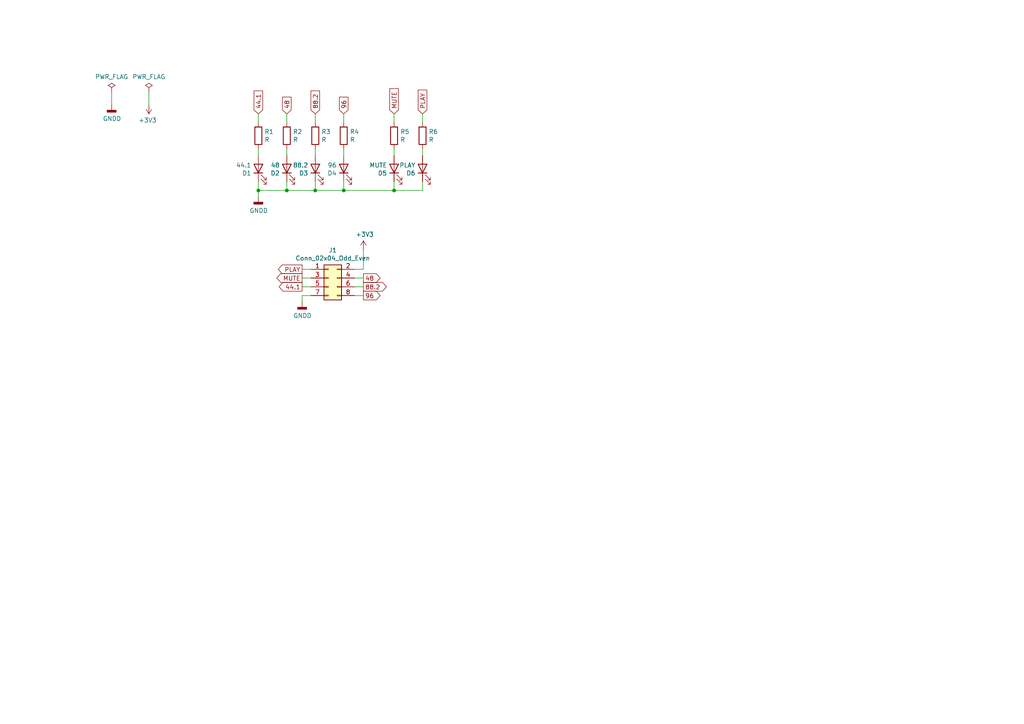
<source format=kicad_sch>
(kicad_sch (version 20211123) (generator eeschema)
  (paper "A4")
  (lib_symbols
    (symbol "Connector_Generic:Conn_02x04_Odd_Even" (pin_names (offset 1.016) hide)
      (property "Reference" "J" (at 1.27 5.08 0))
      (property "Value" "Conn_02x04_Odd_Even" (at 1.27 -7.62 0))
      (symbol "Conn_02x04_Odd_Even_1_1"
        (rectangle (start -1.27 -4.953) (end 0 -5.207) (stroke (width 0.1524)))
        (rectangle (start -1.27 -2.413) (end 0 -2.667) (stroke (width 0.1524)))
        (rectangle (start -1.27 0.127) (end 0 -0.127) (stroke (width 0.1524)))
        (rectangle (start -1.27 2.667) (end 0 2.413) (stroke (width 0.1524)))
        (rectangle (start -1.27 3.81) (end 3.81 -6.35) (stroke (width 0.254)) (fill (type background)))
        (rectangle (start 3.81 -4.953) (end 2.54 -5.207) (stroke (width 0.1524)))
        (rectangle (start 3.81 -2.413) (end 2.54 -2.667) (stroke (width 0.1524)))
        (rectangle (start 3.81 0.127) (end 2.54 -0.127) (stroke (width 0.1524)))
        (rectangle (start 3.81 2.667) (end 2.54 2.413) (stroke (width 0.1524)))
        (pin passive line (at -5.08 2.54 0) (length 3.81) (name "Pin_1") (number "1"))
        (pin passive line (at 7.62 2.54 180) (length 3.81) (name "Pin_2") (number "2"))
        (pin passive line (at -5.08 0 0) (length 3.81) (name "Pin_3") (number "3"))
        (pin passive line (at 7.62 0 180) (length 3.81) (name "Pin_4") (number "4"))
        (pin passive line (at -5.08 -2.54 0) (length 3.81) (name "Pin_5") (number "5"))
        (pin passive line (at 7.62 -2.54 180) (length 3.81) (name "Pin_6") (number "6"))
        (pin passive line (at -5.08 -5.08 0) (length 3.81) (name "Pin_7") (number "7"))
        (pin passive line (at 7.62 -5.08 180) (length 3.81) (name "Pin_8") (number "8"))
      )
    )
    (symbol "Device:LED" (pin_numbers hide) (pin_names (offset 1.016) hide)
      (property "Reference" "D" (at 0 2.54 0))
      (property "Value" "LED" (at 0 -2.54 0))
      (symbol "LED_0_1"
        (polyline (pts (xy -1.27 -1.27) (xy -1.27 1.27)) (stroke (width 0.254)))
        (polyline (pts (xy -1.27 0) (xy 1.27 0)))
        (polyline (pts (xy 1.27 -1.27) (xy 1.27 1.27) (xy -1.27 0) (xy 1.27 -1.27)) (stroke (width 0.254)))
        (polyline (pts (xy -3.048 -0.762) (xy -4.572 -2.286) (xy -3.81 -2.286) (xy -4.572 -2.286) (xy -4.572 -1.524)))
        (polyline (pts (xy -1.778 -0.762) (xy -3.302 -2.286) (xy -2.54 -2.286) (xy -3.302 -2.286) (xy -3.302 -1.524)))
      )
      (symbol "LED_1_1"
        (pin passive line (at -3.81 0 0) (length 2.54) (name "K") (number "1"))
        (pin passive line (at 3.81 0 180) (length 2.54) (name "A") (number "2"))
      )
    )
    (symbol "Device:R" (pin_numbers hide) (pin_names (offset 0))
      (property "Reference" "R" (at 2.032 0 90))
      (property "Value" "R" (at 0 0 90))
      (symbol "R_0_1"
        (rectangle (start -1.016 -2.54) (end 1.016 2.54) (stroke (width 0.254)))
      )
      (symbol "R_1_1"
        (pin passive line (at 0 3.81 270) (length 1.27) (name "~") (number "1"))
        (pin passive line (at 0 -3.81 90) (length 1.27) (name "~") (number "2"))
      )
    )
    (symbol "power:+3.3V" (power) (pin_names (offset 0))
      (property "Value" "+3.3V" (at 0 3.556 0))
      (symbol "+3.3V_0_1"
        (polyline (pts (xy -0.762 1.27) (xy 0 2.54)))
        (polyline (pts (xy 0 0) (xy 0 2.54)))
        (polyline (pts (xy 0 2.54) (xy 0.762 1.27)))
      )
      (symbol "+3.3V_1_1"
        (pin power_in line (at 0 0 90) (length 0) hide (name "+3V3") (number "1"))
      )
    )
    (symbol "power:GNDD" (power) (pin_names (offset 0))
      (property "Value" "GNDD" (at 0 -3.175 0))
      (symbol "GNDD_0_1"
        (rectangle (start -1.27 -1.524) (end 1.27 -2.032) (stroke (width 0.254)) (fill (type outline)))
        (polyline (pts (xy 0 0) (xy 0 -1.524)))
      )
      (symbol "GNDD_1_1"
        (pin power_in line (at 0 0 270) (length 0) hide (name "GNDD") (number "1"))
      )
    )
    (symbol "power:PWR_FLAG" (power) (pin_numbers hide) (pin_names (offset 0) hide)
      (property "Value" "PWR_FLAG" (at 0 3.81 0))
      (symbol "PWR_FLAG_0_0"
        (pin power_out line (at 0 0 90) (length 0) (name "pwr") (number "1"))
      )
      (symbol "PWR_FLAG_0_1"
        (polyline (pts (xy 0 0) (xy 0 1.27) (xy -1.016 1.905) (xy 0 2.54) (xy 1.016 1.905) (xy 0 1.27)))
      )
    )
  )
  (junction (at 91.44 55.245))
  (junction (at 99.695 55.245))
  (junction (at 74.93 55.245))
  (junction (at 83.185 55.245))
  (junction (at 114.3 55.245))
  (wire (pts (xy 99.695 55.245) (xy 91.44 55.245)))
  (wire (pts (xy 43.18 30.48) (xy 43.18 26.67)))
  (wire (pts (xy 91.44 55.245) (xy 83.185 55.245)))
  (wire (pts (xy 91.44 52.705) (xy 91.44 55.245)))
  (wire (pts (xy 114.3 52.705) (xy 114.3 55.245)))
  (wire (pts (xy 122.555 43.18) (xy 122.555 45.085)))
  (wire (pts (xy 105.41 83.185) (xy 102.87 83.185)))
  (wire (pts (xy 74.93 52.705) (xy 74.93 55.245)))
  (wire (pts (xy 87.63 85.725) (xy 87.63 87.63)))
  (wire (pts (xy 105.41 78.105) (xy 105.41 72.39)))
  (wire (pts (xy 99.695 33.02) (xy 99.695 35.56)))
  (wire (pts (xy 122.555 52.705) (xy 122.555 55.245)))
  (wire (pts (xy 83.185 52.705) (xy 83.185 55.245)))
  (wire (pts (xy 114.3 33.02) (xy 114.3 35.56)))
  (wire (pts (xy 83.185 33.02) (xy 83.185 35.56)))
  (wire (pts (xy 74.93 33.02) (xy 74.93 35.56)))
  (wire (pts (xy 87.63 78.105) (xy 90.17 78.105)))
  (wire (pts (xy 87.63 83.185) (xy 90.17 83.185)))
  (wire (pts (xy 102.87 85.725) (xy 105.41 85.725)))
  (wire (pts (xy 102.87 78.105) (xy 105.41 78.105)))
  (wire (pts (xy 114.3 55.245) (xy 99.695 55.245)))
  (wire (pts (xy 74.93 43.18) (xy 74.93 45.085)))
  (wire (pts (xy 114.3 43.18) (xy 114.3 45.085)))
  (wire (pts (xy 91.44 43.18) (xy 91.44 45.085)))
  (wire (pts (xy 99.695 52.705) (xy 99.695 55.245)))
  (wire (pts (xy 122.555 33.02) (xy 122.555 35.56)))
  (wire (pts (xy 32.385 26.67) (xy 32.385 30.48)))
  (wire (pts (xy 102.87 80.645) (xy 105.41 80.645)))
  (wire (pts (xy 74.93 55.245) (xy 74.93 57.15)))
  (wire (pts (xy 83.185 55.245) (xy 74.93 55.245)))
  (wire (pts (xy 91.44 33.02) (xy 91.44 35.56)))
  (wire (pts (xy 90.17 80.645) (xy 87.63 80.645)))
  (wire (pts (xy 90.17 85.725) (xy 87.63 85.725)))
  (wire (pts (xy 83.185 43.18) (xy 83.185 45.085)))
  (wire (pts (xy 122.555 55.245) (xy 114.3 55.245)))
  (wire (pts (xy 99.695 43.18) (xy 99.695 45.085)))
  (global_label "PLAY" (shape input) (at 122.555 33.02 90) (property "Intersheet References" "${INTERSHEET_REFS}" (effects hide)))
  (global_label "96" (shape output) (at 105.41 85.725 0) (property "Intersheet References" "${INTERSHEET_REFS}" (effects hide)))
  (global_label "88.2" (shape input) (at 91.44 33.02 90) (property "Intersheet References" "${INTERSHEET_REFS}" (effects hide)))
  (global_label "48" (shape input) (at 83.185 33.02 90) (property "Intersheet References" "${INTERSHEET_REFS}" (effects hide)))
  (global_label "44.1" (shape input) (at 74.93 33.02 90) (property "Intersheet References" "${INTERSHEET_REFS}" (effects hide)))
  (global_label "88.2" (shape output) (at 105.41 83.185 0) (property "Intersheet References" "${INTERSHEET_REFS}" (effects hide)))
  (global_label "48" (shape output) (at 105.41 80.645 0) (property "Intersheet References" "${INTERSHEET_REFS}" (effects hide)))
  (global_label "MUTE" (shape input) (at 114.3 33.02 90) (property "Intersheet References" "${INTERSHEET_REFS}" (effects hide)))
  (global_label "MUTE" (shape output) (at 87.63 80.645 180) (property "Intersheet References" "${INTERSHEET_REFS}" (effects hide)))
  (global_label "PLAY" (shape output) (at 87.63 78.105 180) (property "Intersheet References" "${INTERSHEET_REFS}" (effects hide)))
  (global_label "96" (shape input) (at 99.695 33.02 90) (property "Intersheet References" "${INTERSHEET_REFS}" (effects hide)))
  (global_label "44.1" (shape output) (at 87.63 83.185 180) (property "Intersheet References" "${INTERSHEET_REFS}" (effects hide)))
  (symbol (lib_id "Device:LED") (at 74.93 48.895 90) (unit 1)
    (property "Reference" "D1" (at 72.898 50.2412 90) (effects (justify left)))
    (property "Value" "44.1" (at 72.898 47.9298 90) (effects (justify left)))
    (property "Footprint" "LED_THT:LED_D3.0mm" (effects hide))
  )
  (symbol (lib_id "Device:LED") (at 83.185 48.895 90) (unit 1)
    (property "Reference" "D2" (at 81.153 50.2412 90) (effects (justify left)))
    (property "Value" "48" (at 81.153 47.9298 90) (effects (justify left)))
    (property "Footprint" "LED_THT:LED_D3.0mm" (effects hide))
  )
  (symbol (lib_id "Device:LED") (at 91.44 48.895 90) (unit 1)
    (property "Reference" "D3" (at 89.408 50.2412 90) (effects (justify left)))
    (property "Value" "88.2" (at 89.408 47.9298 90) (effects (justify left)))
    (property "Footprint" "LED_THT:LED_D3.0mm" (effects hide))
  )
  (symbol (lib_id "Device:LED") (at 99.695 48.895 90) (unit 1)
    (property "Reference" "D4" (at 97.663 50.2412 90) (effects (justify left)))
    (property "Value" "96" (at 97.663 47.9298 90) (effects (justify left)))
    (property "Footprint" "LED_THT:LED_D3.0mm" (effects hide))
  )
  (symbol (lib_id "Device:R") (at 74.93 39.37 0) (unit 1)
    (property "Reference" "R1" (at 76.708 38.2016 0) (effects (justify left)))
    (property "Value" "R" (at 76.708 40.513 0) (effects (justify left)))
    (property "Footprint" "Resistor_THT:R_Axial_DIN0207_L6.3mm_D2.5mm_P10.16mm_Horizontal" (effects hide))
  )
  (symbol (lib_id "Device:R") (at 83.185 39.37 0) (unit 1)
    (property "Reference" "R2" (at 84.963 38.2016 0) (effects (justify left)))
    (property "Value" "R" (at 84.963 40.513 0) (effects (justify left)))
    (property "Footprint" "Resistor_THT:R_Axial_DIN0207_L6.3mm_D2.5mm_P10.16mm_Horizontal" (effects hide))
  )
  (symbol (lib_id "Device:R") (at 91.44 39.37 0) (unit 1)
    (property "Reference" "R3" (at 93.218 38.2016 0) (effects (justify left)))
    (property "Value" "R" (at 93.218 40.513 0) (effects (justify left)))
    (property "Footprint" "Resistor_THT:R_Axial_DIN0207_L6.3mm_D2.5mm_P10.16mm_Horizontal" (effects hide))
  )
  (symbol (lib_id "Device:R") (at 99.695 39.37 0) (unit 1)
    (property "Reference" "R4" (at 101.473 38.2016 0) (effects (justify left)))
    (property "Value" "R" (at 101.473 40.513 0) (effects (justify left)))
    (property "Footprint" "Resistor_THT:R_Axial_DIN0207_L6.3mm_D2.5mm_P10.16mm_Horizontal" (effects hide))
  )
  (symbol (lib_id "power:GNDD") (at 74.93 57.15 0) (unit 1)
    (property "Reference" "#PWR03" (effects hide))
    (property "Value" "GNDD" (at 75.0316 61.087 0))
  )
  (symbol (lib_id "Device:LED") (at 114.3 48.895 90) (unit 1)
    (property "Reference" "D5" (at 112.268 50.2412 90) (effects (justify left)))
    (property "Value" "MUTE" (at 112.268 47.9298 90) (effects (justify left)))
    (property "Footprint" "LED_THT:LED_D3.0mm" (effects hide))
  )
  (symbol (lib_id "Device:LED") (at 122.555 48.895 90) (unit 1)
    (property "Reference" "D6" (at 120.523 50.2412 90) (effects (justify left)))
    (property "Value" "PLAY" (at 120.523 47.9298 90) (effects (justify left)))
    (property "Footprint" "LED_THT:LED_D3.0mm" (effects hide))
  )
  (symbol (lib_id "Device:R") (at 114.3 39.37 0) (unit 1)
    (property "Reference" "R5" (at 116.078 38.2016 0) (effects (justify left)))
    (property "Value" "R" (at 116.078 40.513 0) (effects (justify left)))
    (property "Footprint" "Resistor_THT:R_Axial_DIN0207_L6.3mm_D2.5mm_P10.16mm_Horizontal" (effects hide))
  )
  (symbol (lib_id "Device:R") (at 122.555 39.37 0) (unit 1)
    (property "Reference" "R6" (at 124.333 38.2016 0) (effects (justify left)))
    (property "Value" "R" (at 124.333 40.513 0) (effects (justify left)))
    (property "Footprint" "Resistor_THT:R_Axial_DIN0207_L6.3mm_D2.5mm_P10.16mm_Horizontal" (effects hide))
  )
  (symbol (lib_id "Connector_Generic:Conn_02x04_Odd_Even") (at 95.25 80.645 0) (unit 1)
    (property "Reference" "J1" (at 96.52 72.5932 0))
    (property "Value" "Conn_02x04_Odd_Even" (at 96.52 74.9046 0))
    (property "Footprint" "Connector_PinHeader_2.54mm:PinHeader_2x04_P2.54mm_Horizontal" (effects hide))
  )
  (symbol (lib_id "power:GNDD") (at 87.63 87.63 0) (unit 1)
    (property "Reference" "#PWR04" (effects hide))
    (property "Value" "GNDD" (at 87.7316 91.567 0))
  )
  (symbol (lib_id "power:+3.3V") (at 105.41 72.39 0) (unit 1)
    (property "Reference" "#PWR05" (effects hide))
    (property "Value" "+3.3V" (at 105.791 67.9958 0))
  )
  (symbol (lib_id "power:PWR_FLAG") (at 32.385 26.67 0) (unit 1)
    (property "Reference" "#FLG01" (effects hide))
    (property "Value" "PWR_FLAG" (at 32.385 22.2758 0))
  )
  (symbol (lib_id "power:PWR_FLAG") (at 43.18 26.67 0) (unit 1)
    (property "Reference" "#FLG02" (effects hide))
    (property "Value" "PWR_FLAG" (at 43.18 22.2758 0))
  )
  (symbol (lib_id "power:GNDD") (at 32.385 30.48 0) (unit 1)
    (property "Reference" "#PWR01" (effects hide))
    (property "Value" "GNDD" (at 32.4866 34.417 0))
  )
  (symbol (lib_id "power:+3.3V") (at 43.18 30.48 180) (unit 1)
    (property "Reference" "#PWR02" (effects hide))
    (property "Value" "+3.3V" (at 42.799 34.8742 0))
  )
)
</source>
